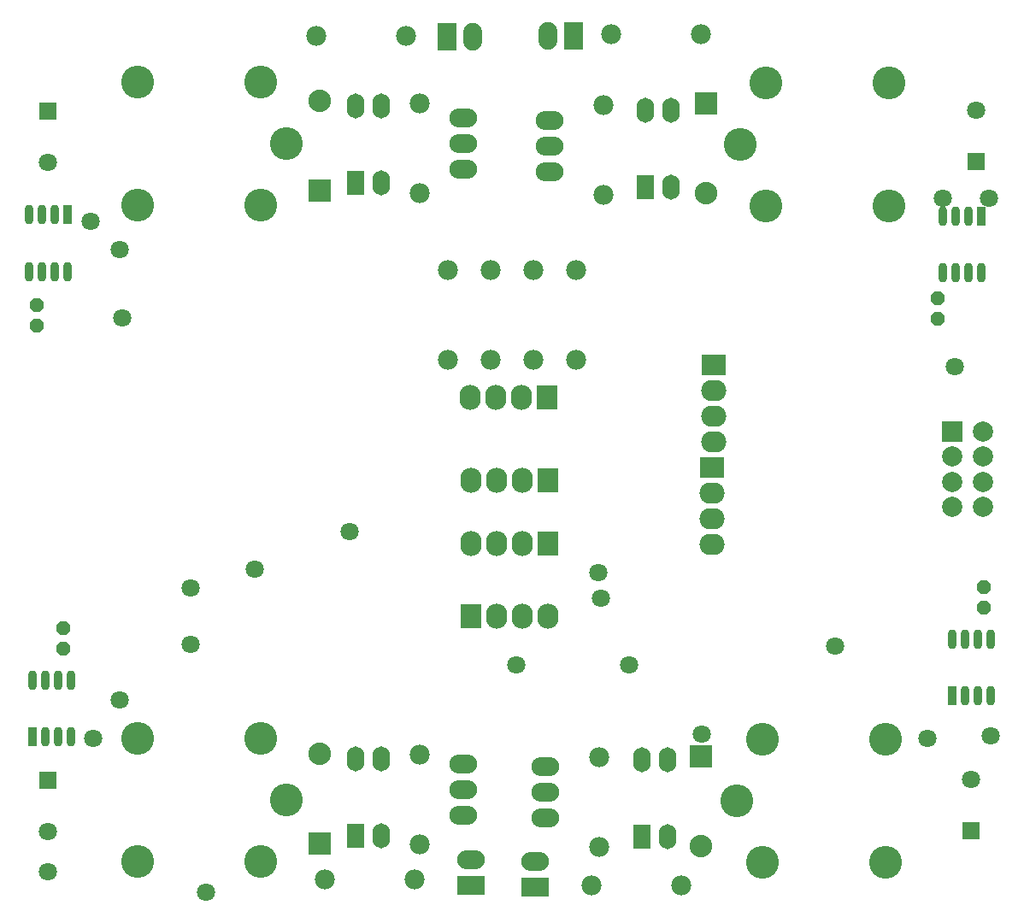
<source format=gts>
G04*
G04 #@! TF.GenerationSoftware,Altium Limited,Altium Designer,18.0.7 (293)*
G04*
G04 Layer_Color=8388736*
%FSLAX25Y25*%
%MOIN*%
G70*
G01*
G75*
%ADD20R,0.03359X0.07690*%
%ADD21O,0.03359X0.07690*%
%ADD22C,0.07887*%
%ADD23R,0.07887X0.07887*%
%ADD24O,0.08300X0.09800*%
%ADD25R,0.08300X0.09800*%
%ADD26O,0.10800X0.07300*%
%ADD27R,0.10800X0.07300*%
%ADD28R,0.08800X0.08800*%
%ADD29C,0.08800*%
%ADD30C,0.07800*%
%ADD31P,0.06061X8X292.5*%
%ADD32C,0.07099*%
%ADD33R,0.07099X0.07099*%
%ADD34R,0.09800X0.08300*%
%ADD35O,0.09800X0.08300*%
%ADD36C,0.12800*%
%ADD37R,0.07300X0.10800*%
%ADD38O,0.07300X0.10800*%
%ADD39R,0.06800X0.09800*%
%ADD40O,0.06800X0.09800*%
%ADD41O,0.10800X0.07400*%
D20*
X369000Y92500D02*
D03*
X10500Y76500D02*
D03*
X24000Y280047D02*
D03*
X380500Y279547D02*
D03*
D21*
X374000Y92500D02*
D03*
X379000D02*
D03*
X384000D02*
D03*
X369000Y114547D02*
D03*
X374000D02*
D03*
X379000D02*
D03*
X384000D02*
D03*
X25500Y98547D02*
D03*
X20500D02*
D03*
X15500D02*
D03*
X10500D02*
D03*
X25500Y76500D02*
D03*
X20500D02*
D03*
X15500D02*
D03*
X9000Y258000D02*
D03*
X14000D02*
D03*
X19000D02*
D03*
X24000D02*
D03*
X9000Y280047D02*
D03*
X14000D02*
D03*
X19000D02*
D03*
X365500Y257500D02*
D03*
X370500D02*
D03*
X375500D02*
D03*
X380500D02*
D03*
X365500Y279547D02*
D03*
X370500D02*
D03*
X375500D02*
D03*
D22*
X381000Y166157D02*
D03*
Y176000D02*
D03*
Y185843D02*
D03*
Y195685D02*
D03*
X369189Y166157D02*
D03*
Y176000D02*
D03*
Y185843D02*
D03*
D23*
Y195685D02*
D03*
D24*
X181500Y152000D02*
D03*
X191500D02*
D03*
X201500D02*
D03*
X201150Y209000D02*
D03*
X191150D02*
D03*
X181150D02*
D03*
X201500Y176500D02*
D03*
X191500D02*
D03*
X181500D02*
D03*
X191500Y123500D02*
D03*
X201500D02*
D03*
X211500D02*
D03*
D25*
Y152000D02*
D03*
X211150Y209000D02*
D03*
X211500Y176500D02*
D03*
X181500Y123500D02*
D03*
D26*
Y28500D02*
D03*
X206500Y28000D02*
D03*
D27*
X181500Y18500D02*
D03*
X206500Y18000D02*
D03*
D28*
X271000Y69000D02*
D03*
X122500Y35000D02*
D03*
Y289500D02*
D03*
X273000Y323500D02*
D03*
D29*
X271000Y34000D02*
D03*
X122500Y70000D02*
D03*
Y324500D02*
D03*
X273000Y288500D02*
D03*
D30*
X228500Y18500D02*
D03*
X263500D02*
D03*
X159500Y21000D02*
D03*
X124500D02*
D03*
X121000Y350000D02*
D03*
X156000D02*
D03*
X271000Y350500D02*
D03*
X236000D02*
D03*
X233000Y288000D02*
D03*
Y323000D02*
D03*
X172500Y258500D02*
D03*
Y223500D02*
D03*
X189167Y258500D02*
D03*
Y223500D02*
D03*
X222500Y258500D02*
D03*
Y223500D02*
D03*
X205833Y258500D02*
D03*
Y223500D02*
D03*
X161500Y69500D02*
D03*
Y34500D02*
D03*
Y323500D02*
D03*
Y288500D02*
D03*
X231500Y68500D02*
D03*
Y33500D02*
D03*
D31*
X12000Y245000D02*
D03*
Y237000D02*
D03*
X22500Y119000D02*
D03*
Y111000D02*
D03*
X381500Y135000D02*
D03*
Y127000D02*
D03*
X363500Y239500D02*
D03*
Y247500D02*
D03*
D32*
X376500Y60000D02*
D03*
X16500Y300500D02*
D03*
Y39500D02*
D03*
X378500Y321000D02*
D03*
X370000Y221000D02*
D03*
X33000Y277500D02*
D03*
X243000Y104500D02*
D03*
X199000D02*
D03*
X16500Y24000D02*
D03*
X72000Y134500D02*
D03*
Y112500D02*
D03*
X134000Y156500D02*
D03*
X365500Y286500D02*
D03*
X383500D02*
D03*
X323500Y112000D02*
D03*
X78000Y16000D02*
D03*
X231000Y140500D02*
D03*
X232000Y130500D02*
D03*
X44500Y266500D02*
D03*
X45500Y240000D02*
D03*
X97000Y142000D02*
D03*
X271500Y77429D02*
D03*
X384000Y77000D02*
D03*
X359500Y76000D02*
D03*
X44500Y91000D02*
D03*
X34000Y76000D02*
D03*
D33*
X376500Y40000D02*
D03*
X16500Y320500D02*
D03*
Y59500D02*
D03*
X378500Y301000D02*
D03*
D34*
X275500Y181500D02*
D03*
X276000Y221500D02*
D03*
D35*
X275500Y171500D02*
D03*
Y161500D02*
D03*
Y151500D02*
D03*
X276000Y191500D02*
D03*
Y201500D02*
D03*
Y211500D02*
D03*
D36*
X99500Y76000D02*
D03*
X51500Y28000D02*
D03*
X109500Y52000D02*
D03*
X51500Y76000D02*
D03*
X99500Y28000D02*
D03*
Y284000D02*
D03*
X51500Y332000D02*
D03*
X109500Y308000D02*
D03*
X51500Y284000D02*
D03*
X99500Y332000D02*
D03*
X295000Y75500D02*
D03*
X343000Y27500D02*
D03*
X285000Y51500D02*
D03*
X343000Y75500D02*
D03*
X295000Y27500D02*
D03*
X296500Y331500D02*
D03*
X344500Y283500D02*
D03*
X286500Y307500D02*
D03*
X344500Y331500D02*
D03*
X296500Y283500D02*
D03*
D37*
X172000Y349500D02*
D03*
X221500Y350000D02*
D03*
D38*
X182000Y349500D02*
D03*
X211500Y350000D02*
D03*
D39*
X136500Y38000D02*
D03*
Y292500D02*
D03*
X248000Y37500D02*
D03*
X249500Y291000D02*
D03*
D40*
X146500Y38000D02*
D03*
Y68000D02*
D03*
X136500D02*
D03*
X146500Y292500D02*
D03*
Y322500D02*
D03*
X136500D02*
D03*
X258000Y37500D02*
D03*
Y67500D02*
D03*
X248000D02*
D03*
X259500Y291000D02*
D03*
Y321000D02*
D03*
X249500D02*
D03*
D41*
X178500Y46000D02*
D03*
Y56000D02*
D03*
Y66000D02*
D03*
Y298000D02*
D03*
Y308000D02*
D03*
Y318000D02*
D03*
X210500Y45000D02*
D03*
Y55000D02*
D03*
Y65000D02*
D03*
X212000Y297000D02*
D03*
Y307000D02*
D03*
Y317000D02*
D03*
M02*

</source>
